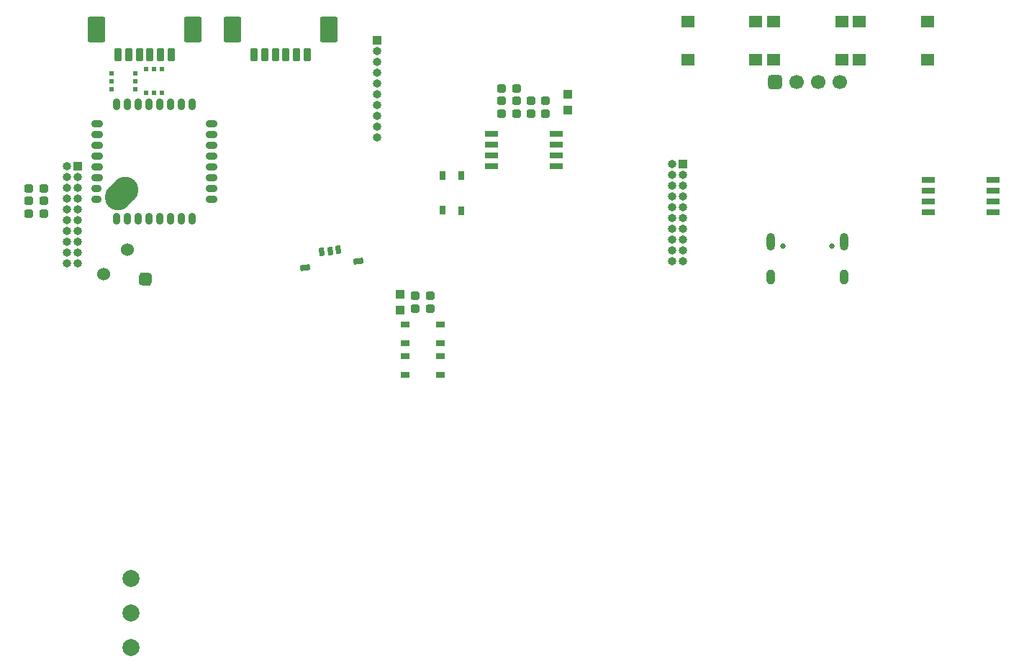
<source format=gbr>
%TF.GenerationSoftware,KiCad,Pcbnew,7.0.11*%
%TF.CreationDate,2025-05-28T11:48:16+09:00*%
%TF.ProjectId,2ndLayer_3rdLayer,326e644c-6179-4657-925f-3372644c6179,rev?*%
%TF.SameCoordinates,Original*%
%TF.FileFunction,Soldermask,Top*%
%TF.FilePolarity,Negative*%
%FSLAX46Y46*%
G04 Gerber Fmt 4.6, Leading zero omitted, Abs format (unit mm)*
G04 Created by KiCad (PCBNEW 7.0.11) date 2025-05-28 11:48:16*
%MOMM*%
%LPD*%
G01*
G04 APERTURE LIST*
G04 Aperture macros list*
%AMRoundRect*
0 Rectangle with rounded corners*
0 $1 Rounding radius*
0 $2 $3 $4 $5 $6 $7 $8 $9 X,Y pos of 4 corners*
0 Add a 4 corners polygon primitive as box body*
4,1,4,$2,$3,$4,$5,$6,$7,$8,$9,$2,$3,0*
0 Add four circle primitives for the rounded corners*
1,1,$1+$1,$2,$3*
1,1,$1+$1,$4,$5*
1,1,$1+$1,$6,$7*
1,1,$1+$1,$8,$9*
0 Add four rect primitives between the rounded corners*
20,1,$1+$1,$2,$3,$4,$5,0*
20,1,$1+$1,$4,$5,$6,$7,0*
20,1,$1+$1,$6,$7,$8,$9,0*
20,1,$1+$1,$8,$9,$2,$3,0*%
%AMHorizOval*
0 Thick line with rounded ends*
0 $1 width*
0 $2 $3 position (X,Y) of the first rounded end (center of the circle)*
0 $4 $5 position (X,Y) of the second rounded end (center of the circle)*
0 Add line between two ends*
20,1,$1,$2,$3,$4,$5,0*
0 Add two circle primitives to create the rounded ends*
1,1,$1,$2,$3*
1,1,$1,$4,$5*%
%AMRotRect*
0 Rectangle, with rotation*
0 The origin of the aperture is its center*
0 $1 length*
0 $2 width*
0 $3 Rotation angle, in degrees counterclockwise*
0 Add horizontal line*
21,1,$1,$2,0,0,$3*%
G04 Aperture macros list end*
%ADD10R,1.600000X0.760000*%
%ADD11RoundRect,0.237500X0.287500X0.237500X-0.287500X0.237500X-0.287500X-0.237500X0.287500X-0.237500X0*%
%ADD12R,1.050000X0.650000*%
%ADD13R,1.600000X1.400000*%
%ADD14HorizOval,3.100000X0.424264X0.424264X-0.424264X-0.424264X0*%
%ADD15O,0.900000X1.400000*%
%ADD16O,1.400000X0.900000*%
%ADD17O,1.200000X0.900000*%
%ADD18RoundRect,0.200000X0.200000X0.600000X-0.200000X0.600000X-0.200000X-0.600000X0.200000X-0.600000X0*%
%ADD19RoundRect,0.250001X0.799999X1.249999X-0.799999X1.249999X-0.799999X-1.249999X0.799999X-1.249999X0*%
%ADD20RoundRect,0.381000X-0.335420X0.421681X-0.421681X-0.335420X0.335420X-0.421681X0.421681X0.335420X0*%
%ADD21C,1.524000*%
%ADD22RoundRect,0.237500X-0.287500X-0.237500X0.287500X-0.237500X0.287500X0.237500X-0.287500X0.237500X0*%
%ADD23R,1.000000X1.000000*%
%ADD24RotRect,0.970000X0.600000X97.000000*%
%ADD25RotRect,0.700000X1.150000X97.000000*%
%ADD26RoundRect,0.425000X-0.425000X-0.425000X0.425000X-0.425000X0.425000X0.425000X-0.425000X0.425000X0*%
%ADD27C,1.700000*%
%ADD28R,0.650000X1.050000*%
%ADD29R,0.575000X0.620000*%
%ADD30C,2.000000*%
%ADD31O,1.000000X1.000000*%
%ADD32R,0.620000X0.575000*%
%ADD33C,0.650000*%
%ADD34O,1.000000X1.800000*%
%ADD35O,1.000000X2.100000*%
G04 APERTURE END LIST*
D10*
%TO.C,SW10*%
X84190000Y-19845000D03*
X84190000Y-21115000D03*
X84190000Y-22385000D03*
X84190000Y-23655000D03*
X91810000Y-23655000D03*
X91810000Y-22385000D03*
X91810000Y-21115000D03*
X91810000Y-19845000D03*
%TD*%
%TO.C,SW5*%
X32790000Y-14495000D03*
X32790000Y-15765000D03*
X32790000Y-17035000D03*
X32790000Y-18305000D03*
X40410000Y-18305000D03*
X40410000Y-17035000D03*
X40410000Y-15765000D03*
X40410000Y-14495000D03*
%TD*%
D11*
%TO.C,D16*%
X35775000Y-10600000D03*
X34025000Y-10600000D03*
%TD*%
D12*
%TO.C,SW3*%
X22675000Y-36925000D03*
X26825000Y-36925000D03*
X22675000Y-39075000D03*
X26800000Y-39075000D03*
%TD*%
D13*
%TO.C,SW9*%
X84100000Y-5750000D03*
X76100000Y-5750000D03*
X84100000Y-1250000D03*
X76100000Y-1250000D03*
%TD*%
D11*
%TO.C,D9*%
X-19875000Y-23850000D03*
X-21625000Y-23850000D03*
%TD*%
D14*
%TO.C,U2*%
X-10725000Y-21450000D03*
D15*
X-11270000Y-24485000D03*
X-10000000Y-24485000D03*
X-8730000Y-24485000D03*
X-7460000Y-24485000D03*
X-6190000Y-24485000D03*
X-4920000Y-24485000D03*
X-3650000Y-24485000D03*
X-2380000Y-24485000D03*
D16*
X-90000Y-22195000D03*
X-90000Y-20925000D03*
X-90000Y-19655000D03*
X-90000Y-18385000D03*
X-90000Y-17115000D03*
X-90000Y-15845000D03*
X-90000Y-14575000D03*
X-90000Y-13305000D03*
D15*
X-2380000Y-11015000D03*
X-3650000Y-11015000D03*
X-4920000Y-11015000D03*
X-6190000Y-11015000D03*
X-7460000Y-11015000D03*
X-8730000Y-11015000D03*
X-10000000Y-11015000D03*
X-11270000Y-11015000D03*
D16*
X-13560000Y-13305000D03*
X-13560000Y-14575000D03*
X-13560000Y-15845000D03*
X-13560000Y-17115000D03*
X-13560000Y-18385000D03*
X-13560000Y-19655000D03*
D17*
X-13660000Y-20925000D03*
X-13660000Y-22195000D03*
%TD*%
D11*
%TO.C,D10*%
X25625000Y-33500000D03*
X23875000Y-33500000D03*
%TD*%
D13*
%TO.C,SW8*%
X74000000Y-5750000D03*
X66000000Y-5750000D03*
X74000000Y-1250000D03*
X66000000Y-1250000D03*
%TD*%
D11*
%TO.C,D8*%
X-19875000Y-22350000D03*
X-21625000Y-22350000D03*
%TD*%
D18*
%TO.C,J10*%
X11125000Y-5100000D03*
X9875000Y-5100000D03*
X8625000Y-5100000D03*
X7375000Y-5100000D03*
X6125000Y-5100000D03*
X4875000Y-5100000D03*
D19*
X13675000Y-2200000D03*
X2325000Y-2200000D03*
%TD*%
D20*
%TO.C,SW2*%
X-7897196Y-31522723D03*
D21*
X-10018875Y-28060285D03*
X-12865055Y-30956707D03*
%TD*%
D22*
%TO.C,D12*%
X37425000Y-10600000D03*
X39175000Y-10600000D03*
%TD*%
D12*
%TO.C,SW4*%
X22675000Y-40625000D03*
X26825000Y-40625000D03*
X22675000Y-42775000D03*
X26800000Y-42775000D03*
%TD*%
D13*
%TO.C,SW7*%
X63900000Y-5750000D03*
X55900000Y-5750000D03*
X63900000Y-1250000D03*
X55900000Y-1250000D03*
%TD*%
D23*
%TO.C,H3*%
X22050000Y-33300000D03*
%TD*%
D24*
%TO.C,SW6*%
X12828304Y-28340304D03*
X13820850Y-28218435D03*
X14813396Y-28096565D03*
D25*
X10912306Y-30172462D03*
X17115720Y-29410779D03*
%TD*%
D23*
%TO.C,H2*%
X41750000Y-11700000D03*
%TD*%
D18*
%TO.C,J11*%
X-4875000Y-5100000D03*
X-6125000Y-5100000D03*
X-7375000Y-5100000D03*
X-8625000Y-5100000D03*
X-9875000Y-5100000D03*
X-11125000Y-5100000D03*
D19*
X-2325000Y-2200000D03*
X-13675000Y-2200000D03*
%TD*%
D11*
%TO.C,D14*%
X35775000Y-9100000D03*
X34025000Y-9100000D03*
%TD*%
%TO.C,D11*%
X25625000Y-35000000D03*
X23875000Y-35000000D03*
%TD*%
D26*
%TO.C,U9*%
X66190000Y-8365000D03*
D27*
X68730000Y-8365000D03*
X71270000Y-8365000D03*
X73810000Y-8365000D03*
%TD*%
D28*
%TO.C,SW1*%
X29225000Y-19325000D03*
X29225000Y-23475000D03*
X27075000Y-19325000D03*
X27075000Y-23450000D03*
%TD*%
D23*
%TO.C,H4*%
X22050000Y-35200000D03*
%TD*%
D11*
%TO.C,D15*%
X35775000Y-12100000D03*
X34025000Y-12100000D03*
%TD*%
D29*
%TO.C,Q9*%
X-11888000Y-7300000D03*
X-11888000Y-8250000D03*
X-11888000Y-9200000D03*
X-9112000Y-9200000D03*
X-9112000Y-8250000D03*
X-9112000Y-7300000D03*
%TD*%
D22*
%TO.C,D13*%
X37425000Y-12100000D03*
X39175000Y-12100000D03*
%TD*%
D23*
%TO.C,H1*%
X41750000Y-9780000D03*
%TD*%
D30*
%TO.C,TP3*%
X-9600000Y-74900000D03*
%TD*%
D23*
%TO.C,J2*%
X-15900000Y-18270000D03*
D31*
X-17170000Y-18270000D03*
X-15900000Y-19540000D03*
X-17170000Y-19540000D03*
X-15900000Y-20810000D03*
X-17170000Y-20810000D03*
X-15900000Y-22080000D03*
X-17170000Y-22080000D03*
X-15900000Y-23350000D03*
X-17170000Y-23350000D03*
X-15900000Y-24620000D03*
X-17170000Y-24620000D03*
X-15900000Y-25890000D03*
X-17170000Y-25890000D03*
X-15900000Y-27160000D03*
X-17170000Y-27160000D03*
X-15900000Y-28430000D03*
X-17170000Y-28430000D03*
X-15900000Y-29700000D03*
X-17170000Y-29700000D03*
%TD*%
D11*
%TO.C,D7*%
X-19875000Y-20850000D03*
X-21625000Y-20850000D03*
%TD*%
D32*
%TO.C,Q7*%
X-5950000Y-6837000D03*
X-6900000Y-6837000D03*
X-7850000Y-6837000D03*
X-7850000Y-9613000D03*
X-6900000Y-9613000D03*
X-5950000Y-9613000D03*
%TD*%
D30*
%TO.C,TP2*%
X-9600000Y-70850000D03*
%TD*%
%TO.C,TP1*%
X-9600000Y-66800000D03*
%TD*%
D33*
%TO.C,J4*%
X72890000Y-27645000D03*
X67110000Y-27645000D03*
D34*
X74320000Y-31325000D03*
D35*
X74320000Y-27125000D03*
D34*
X65680000Y-31325000D03*
D35*
X65680000Y-27125000D03*
%TD*%
D23*
%TO.C,J3*%
X55300000Y-17980000D03*
D31*
X54030000Y-17980000D03*
X55300000Y-19250000D03*
X54030000Y-19250000D03*
X55300000Y-20520000D03*
X54030000Y-20520000D03*
X55300000Y-21790000D03*
X54030000Y-21790000D03*
X55300000Y-23060000D03*
X54030000Y-23060000D03*
X55300000Y-24330000D03*
X54030000Y-24330000D03*
X55300000Y-25600000D03*
X54030000Y-25600000D03*
X55300000Y-26870000D03*
X54030000Y-26870000D03*
X55300000Y-28140000D03*
X54030000Y-28140000D03*
X55300000Y-29410000D03*
X54030000Y-29410000D03*
%TD*%
D23*
%TO.C,J1*%
X19325000Y-3485000D03*
D31*
X19325000Y-4755000D03*
X19325000Y-6025000D03*
X19325000Y-7295000D03*
X19325000Y-8565000D03*
X19325000Y-9835000D03*
X19325000Y-11105000D03*
X19325000Y-12375000D03*
X19325000Y-13645000D03*
X19325000Y-14915000D03*
%TD*%
M02*

</source>
